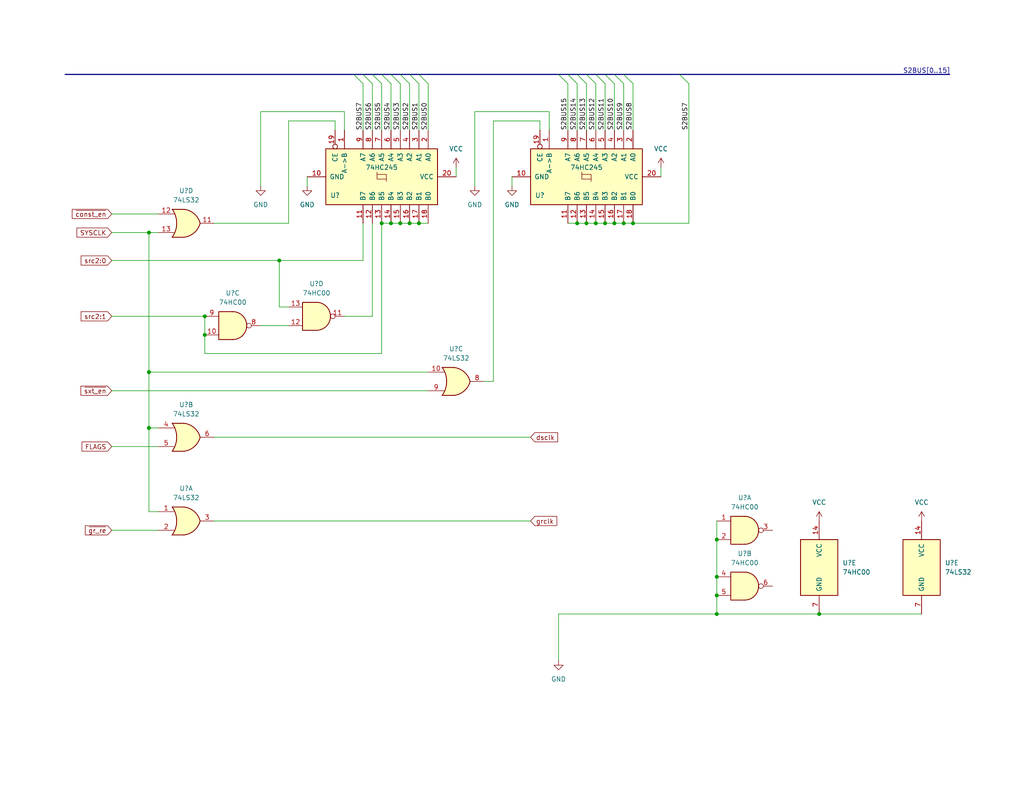
<source format=kicad_sch>
(kicad_sch (version 20211123) (generator eeschema)
  (paper "USLetter")
  (title_block (title "Constant Registers and Clocks") (comment 1 "All ICs are HC family regardless of P/N shown"))
  (lib_symbols
    (symbol "74xx:74HC00" (pin_names (offset 1.016))
      (property "Reference" "U" (at 0 1.27 0))
      (property "Value" "74HC00" (at 0 -1.27 0))
      (symbol "74HC00_1_1"
        (arc (start 0 -3.81) (mid 3.81 0) (end 0 3.81) (stroke (width 0.254)) (fill (type background)))
        (polyline (pts (xy 0 3.81) (xy -3.81 3.81) (xy -3.81 -3.81) (xy 0 -3.81)) (stroke (width 0.254)) (fill (type background)))
        (pin input line (at -7.62 2.54 0) (length 3.81) (name "~") (number "1"))
        (pin input line (at -7.62 -2.54 0) (length 3.81) (name "~") (number "2"))
        (pin output inverted (at 7.62 0 180) (length 3.81) (name "~") (number "3"))
      )
      (symbol "74HC00_1_2"
        (arc (start -3.81 -3.81) (mid -2.589 0) (end -3.81 3.81) (stroke (width 0.254)))
        (arc (start -0.6096 -3.81) (mid 2.1855 -2.584) (end 3.81 0) (stroke (width 0.254)) (fill (type background)))
        (polyline (pts (xy -3.81 -3.81) (xy -0.635 -3.81)) (stroke (width 0.254)) (fill (type background)))
        (polyline (pts (xy -3.81 3.81) (xy -0.635 3.81)) (stroke (width 0.254)) (fill (type background)))
        (polyline (pts (xy -0.635 3.81) (xy -3.81 3.81) (xy -3.81 3.81) (xy -3.556 3.4036) (xy -3.0226 2.2606) (xy -2.6924 1.0414) (xy -2.6162 -0.254) (xy -2.7686 -1.4986) (xy -3.175 -2.7178) (xy -3.81 -3.81) (xy -3.81 -3.81) (xy -0.635 -3.81)) (stroke (width -25.4)) (fill (type background)))
        (arc (start 3.81 0) (mid 2.1928 2.5925) (end -0.6096 3.81) (stroke (width 0.254)) (fill (type background)))
        (pin input inverted (at -7.62 2.54 0) (length 4.318) (name "~") (number "1"))
        (pin input inverted (at -7.62 -2.54 0) (length 4.318) (name "~") (number "2"))
        (pin output line (at 7.62 0 180) (length 3.81) (name "~") (number "3"))
      )
      (symbol "74HC00_2_1"
        (arc (start 0 -3.81) (mid 3.81 0) (end 0 3.81) (stroke (width 0.254)) (fill (type background)))
        (polyline (pts (xy 0 3.81) (xy -3.81 3.81) (xy -3.81 -3.81) (xy 0 -3.81)) (stroke (width 0.254)) (fill (type background)))
        (pin input line (at -7.62 2.54 0) (length 3.81) (name "~") (number "4"))
        (pin input line (at -7.62 -2.54 0) (length 3.81) (name "~") (number "5"))
        (pin output inverted (at 7.62 0 180) (length 3.81) (name "~") (number "6"))
      )
      (symbol "74HC00_2_2"
        (arc (start -3.81 -3.81) (mid -2.589 0) (end -3.81 3.81) (stroke (width 0.254)))
        (arc (start -0.6096 -3.81) (mid 2.1855 -2.584) (end 3.81 0) (stroke (width 0.254)) (fill (type background)))
        (polyline (pts (xy -3.81 -3.81) (xy -0.635 -3.81)) (stroke (width 0.254)) (fill (type background)))
        (polyline (pts (xy -3.81 3.81) (xy -0.635 3.81)) (stroke (width 0.254)) (fill (type background)))
        (polyline (pts (xy -0.635 3.81) (xy -3.81 3.81) (xy -3.81 3.81) (xy -3.556 3.4036) (xy -3.0226 2.2606) (xy -2.6924 1.0414) (xy -2.6162 -0.254) (xy -2.7686 -1.4986) (xy -3.175 -2.7178) (xy -3.81 -3.81) (xy -3.81 -3.81) (xy -0.635 -3.81)) (stroke (width -25.4)) (fill (type background)))
        (arc (start 3.81 0) (mid 2.1928 2.5925) (end -0.6096 3.81) (stroke (width 0.254)) (fill (type background)))
        (pin input inverted (at -7.62 2.54 0) (length 4.318) (name "~") (number "4"))
        (pin input inverted (at -7.62 -2.54 0) (length 4.318) (name "~") (number "5"))
        (pin output line (at 7.62 0 180) (length 3.81) (name "~") (number "6"))
      )
      (symbol "74HC00_3_1"
        (arc (start 0 -3.81) (mid 3.81 0) (end 0 3.81) (stroke (width 0.254)) (fill (type background)))
        (polyline (pts (xy 0 3.81) (xy -3.81 3.81) (xy -3.81 -3.81) (xy 0 -3.81)) (stroke (width 0.254)) (fill (type background)))
        (pin input line (at -7.62 -2.54 0) (length 3.81) (name "~") (number "10"))
        (pin output inverted (at 7.62 0 180) (length 3.81) (name "~") (number "8"))
        (pin input line (at -7.62 2.54 0) (length 3.81) (name "~") (number "9"))
      )
      (symbol "74HC00_3_2"
        (arc (start -3.81 -3.81) (mid -2.589 0) (end -3.81 3.81) (stroke (width 0.254)))
        (arc (start -0.6096 -3.81) (mid 2.1855 -2.584) (end 3.81 0) (stroke (width 0.254)) (fill (type background)))
        (polyline (pts (xy -3.81 -3.81) (xy -0.635 -3.81)) (stroke (width 0.254)) (fill (type background)))
        (polyline (pts (xy -3.81 3.81) (xy -0.635 3.81)) (stroke (width 0.254)) (fill (type background)))
        (polyline (pts (xy -0.635 3.81) (xy -3.81 3.81) (xy -3.81 3.81) (xy -3.556 3.4036) (xy -3.0226 2.2606) (xy -2.6924 1.0414) (xy -2.6162 -0.254) (xy -2.7686 -1.4986) (xy -3.175 -2.7178) (xy -3.81 -3.81) (xy -3.81 -3.81) (xy -0.635 -3.81)) (stroke (width -25.4)) (fill (type background)))
        (arc (start 3.81 0) (mid 2.1928 2.5925) (end -0.6096 3.81) (stroke (width 0.254)) (fill (type background)))
        (pin input inverted (at -7.62 -2.54 0) (length 4.318) (name "~") (number "10"))
        (pin output line (at 7.62 0 180) (length 3.81) (name "~") (number "8"))
        (pin input inverted (at -7.62 2.54 0) (length 4.318) (name "~") (number "9"))
      )
      (symbol "74HC00_4_1"
        (arc (start 0 -3.81) (mid 3.81 0) (end 0 3.81) (stroke (width 0.254)) (fill (type background)))
        (polyline (pts (xy 0 3.81) (xy -3.81 3.81) (xy -3.81 -3.81) (xy 0 -3.81)) (stroke (width 0.254)) (fill (type background)))
        (pin output inverted (at 7.62 0 180) (length 3.81) (name "~") (number "11"))
        (pin input line (at -7.62 2.54 0) (length 3.81) (name "~") (number "12"))
        (pin input line (at -7.62 -2.54 0) (length 3.81) (name "~") (number "13"))
      )
      (symbol "74HC00_4_2"
        (arc (start -3.81 -3.81) (mid -2.589 0) (end -3.81 3.81) (stroke (width 0.254)))
        (arc (start -0.6096 -3.81) (mid 2.1855 -2.584) (end 3.81 0) (stroke (width 0.254)) (fill (type background)))
        (polyline (pts (xy -3.81 -3.81) (xy -0.635 -3.81)) (stroke (width 0.254)) (fill (type background)))
        (polyline (pts (xy -3.81 3.81) (xy -0.635 3.81)) (stroke (width 0.254)) (fill (type background)))
        (polyline (pts (xy -0.635 3.81) (xy -3.81 3.81) (xy -3.81 3.81) (xy -3.556 3.4036) (xy -3.0226 2.2606) (xy -2.6924 1.0414) (xy -2.6162 -0.254) (xy -2.7686 -1.4986) (xy -3.175 -2.7178) (xy -3.81 -3.81) (xy -3.81 -3.81) (xy -0.635 -3.81)) (stroke (width -25.4)) (fill (type background)))
        (arc (start 3.81 0) (mid 2.1928 2.5925) (end -0.6096 3.81) (stroke (width 0.254)) (fill (type background)))
        (pin output line (at 7.62 0 180) (length 3.81) (name "~") (number "11"))
        (pin input inverted (at -7.62 2.54 0) (length 4.318) (name "~") (number "12"))
        (pin input inverted (at -7.62 -2.54 0) (length 4.318) (name "~") (number "13"))
      )
      (symbol "74HC00_5_0"
        (pin power_in line (at 0 12.7 270) (length 5.08) (name "VCC") (number "14"))
        (pin power_in line (at 0 -12.7 90) (length 5.08) (name "GND") (number "7"))
      )
      (symbol "74HC00_5_1"
        (rectangle (start -5.08 7.62) (end 5.08 -7.62) (stroke (width 0.254)) (fill (type background)))
      )
    )
    (symbol "74xx:74HC245" (pin_names (offset 1.016))
      (property "Reference" "U" (at -7.62 16.51 0))
      (property "Value" "74HC245" (at -7.62 -16.51 0))
      (symbol "74HC245_1_0"
        (polyline (pts (xy -0.635 -1.27) (xy -0.635 1.27) (xy 0.635 1.27)))
        (polyline (pts (xy -1.27 -1.27) (xy 0.635 -1.27) (xy 0.635 1.27) (xy 1.27 1.27)))
        (pin input line (at -12.7 -10.16 0) (length 5.08) (name "A->B") (number "1"))
        (pin power_in line (at 0 -20.32 90) (length 5.08) (name "GND") (number "10"))
        (pin tri_state line (at 12.7 -5.08 180) (length 5.08) (name "B7") (number "11"))
        (pin tri_state line (at 12.7 -2.54 180) (length 5.08) (name "B6") (number "12"))
        (pin tri_state line (at 12.7 0 180) (length 5.08) (name "B5") (number "13"))
        (pin tri_state line (at 12.7 2.54 180) (length 5.08) (name "B4") (number "14"))
        (pin tri_state line (at 12.7 5.08 180) (length 5.08) (name "B3") (number "15"))
        (pin tri_state line (at 12.7 7.62 180) (length 5.08) (name "B2") (number "16"))
        (pin tri_state line (at 12.7 10.16 180) (length 5.08) (name "B1") (number "17"))
        (pin tri_state line (at 12.7 12.7 180) (length 5.08) (name "B0") (number "18"))
        (pin input inverted (at -12.7 -12.7 0) (length 5.08) (name "CE") (number "19"))
        (pin tri_state line (at -12.7 12.7 0) (length 5.08) (name "A0") (number "2"))
        (pin power_in line (at 0 20.32 270) (length 5.08) (name "VCC") (number "20"))
        (pin tri_state line (at -12.7 10.16 0) (length 5.08) (name "A1") (number "3"))
        (pin tri_state line (at -12.7 7.62 0) (length 5.08) (name "A2") (number "4"))
        (pin tri_state line (at -12.7 5.08 0) (length 5.08) (name "A3") (number "5"))
        (pin tri_state line (at -12.7 2.54 0) (length 5.08) (name "A4") (number "6"))
        (pin tri_state line (at -12.7 0 0) (length 5.08) (name "A5") (number "7"))
        (pin tri_state line (at -12.7 -2.54 0) (length 5.08) (name "A6") (number "8"))
        (pin tri_state line (at -12.7 -5.08 0) (length 5.08) (name "A7") (number "9"))
      )
      (symbol "74HC245_1_1"
        (rectangle (start -7.62 15.24) (end 7.62 -15.24) (stroke (width 0.254)) (fill (type background)))
      )
    )
    (symbol "74xx:74LS32" (pin_names (offset 1.016))
      (property "Reference" "U" (at 0 1.27 0))
      (property "Value" "74LS32" (at 0 -1.27 0))
      (symbol "74LS32_1_1"
        (arc (start -3.81 -3.81) (mid -2.589 0) (end -3.81 3.81) (stroke (width 0.254)))
        (arc (start -0.6096 -3.81) (mid 2.1855 -2.584) (end 3.81 0) (stroke (width 0.254)) (fill (type background)))
        (polyline (pts (xy -3.81 -3.81) (xy -0.635 -3.81)) (stroke (width 0.254)) (fill (type background)))
        (polyline (pts (xy -3.81 3.81) (xy -0.635 3.81)) (stroke (width 0.254)) (fill (type background)))
        (polyline (pts (xy -0.635 3.81) (xy -3.81 3.81) (xy -3.81 3.81) (xy -3.556 3.4036) (xy -3.0226 2.2606) (xy -2.6924 1.0414) (xy -2.6162 -0.254) (xy -2.7686 -1.4986) (xy -3.175 -2.7178) (xy -3.81 -3.81) (xy -3.81 -3.81) (xy -0.635 -3.81)) (stroke (width -25.4)) (fill (type background)))
        (arc (start 3.81 0) (mid 2.1928 2.5925) (end -0.6096 3.81) (stroke (width 0.254)) (fill (type background)))
        (pin input line (at -7.62 2.54 0) (length 4.318) (name "~") (number "1"))
        (pin input line (at -7.62 -2.54 0) (length 4.318) (name "~") (number "2"))
        (pin output line (at 7.62 0 180) (length 3.81) (name "~") (number "3"))
      )
      (symbol "74LS32_1_2"
        (arc (start 0 -3.81) (mid 3.81 0) (end 0 3.81) (stroke (width 0.254)) (fill (type background)))
        (polyline (pts (xy 0 3.81) (xy -3.81 3.81) (xy -3.81 -3.81) (xy 0 -3.81)) (stroke (width 0.254)) (fill (type background)))
        (pin input inverted (at -7.62 2.54 0) (length 3.81) (name "~") (number "1"))
        (pin input inverted (at -7.62 -2.54 0) (length 3.81) (name "~") (number "2"))
        (pin output inverted (at 7.62 0 180) (length 3.81) (name "~") (number "3"))
      )
      (symbol "74LS32_2_1"
        (arc (start -3.81 -3.81) (mid -2.589 0) (end -3.81 3.81) (stroke (width 0.254)))
        (arc (start -0.6096 -3.81) (mid 2.1855 -2.584) (end 3.81 0) (stroke (width 0.254)) (fill (type background)))
        (polyline (pts (xy -3.81 -3.81) (xy -0.635 -3.81)) (stroke (width 0.254)) (fill (type background)))
        (polyline (pts (xy -3.81 3.81) (xy -0.635 3.81)) (stroke (width 0.254)) (fill (type background)))
        (polyline (pts (xy -0.635 3.81) (xy -3.81 3.81) (xy -3.81 3.81) (xy -3.556 3.4036) (xy -3.0226 2.2606) (xy -2.6924 1.0414) (xy -2.6162 -0.254) (xy -2.7686 -1.4986) (xy -3.175 -2.7178) (xy -3.81 -3.81) (xy -3.81 -3.81) (xy -0.635 -3.81)) (stroke (width -25.4)) (fill (type background)))
        (arc (start 3.81 0) (mid 2.1928 2.5925) (end -0.6096 3.81) (stroke (width 0.254)) (fill (type background)))
        (pin input line (at -7.62 2.54 0) (length 4.318) (name "~") (number "4"))
        (pin input line (at -7.62 -2.54 0) (length 4.318) (name "~") (number "5"))
        (pin output line (at 7.62 0 180) (length 3.81) (name "~") (number "6"))
      )
      (symbol "74LS32_2_2"
        (arc (start 0 -3.81) (mid 3.81 0) (end 0 3.81) (stroke (width 0.254)) (fill (type background)))
        (polyline (pts (xy 0 3.81) (xy -3.81 3.81) (xy -3.81 -3.81) (xy 0 -3.81)) (stroke (width 0.254)) (fill (type background)))
        (pin input inverted (at -7.62 2.54 0) (length 3.81) (name "~") (number "4"))
        (pin input inverted (at -7.62 -2.54 0) (length 3.81) (name "~") (number "5"))
        (pin output inverted (at 7.62 0 180) (length 3.81) (name "~") (number "6"))
      )
      (symbol "74LS32_3_1"
        (arc (start -3.81 -3.81) (mid -2.589 0) (end -3.81 3.81) (stroke (width 0.254)))
        (arc (start -0.6096 -3.81) (mid 2.1855 -2.584) (end 3.81 0) (stroke (width 0.254)) (fill (type background)))
        (polyline (pts (xy -3.81 -3.81) (xy -0.635 -3.81)) (stroke (width 0.254)) (fill (type background)))
        (polyline (pts (xy -3.81 3.81) (xy -0.635 3.81)) (stroke (width 0.254)) (fill (type background)))
        (polyline (pts (xy -0.635 3.81) (xy -3.81 3.81) (xy -3.81 3.81) (xy -3.556 3.4036) (xy -3.0226 2.2606) (xy -2.6924 1.0414) (xy -2.6162 -0.254) (xy -2.7686 -1.4986) (xy -3.175 -2.7178) (xy -3.81 -3.81) (xy -3.81 -3.81) (xy -0.635 -3.81)) (stroke (width -25.4)) (fill (type background)))
        (arc (start 3.81 0) (mid 2.1928 2.5925) (end -0.6096 3.81) (stroke (width 0.254)) (fill (type background)))
        (pin input line (at -7.62 -2.54 0) (length 4.318) (name "~") (number "10"))
        (pin output line (at 7.62 0 180) (length 3.81) (name "~") (number "8"))
        (pin input line (at -7.62 2.54 0) (length 4.318) (name "~") (number "9"))
      )
      (symbol "74LS32_3_2"
        (arc (start 0 -3.81) (mid 3.81 0) (end 0 3.81) (stroke (width 0.254)) (fill (type background)))
        (polyline (pts (xy 0 3.81) (xy -3.81 3.81) (xy -3.81 -3.81) (xy 0 -3.81)) (stroke (width 0.254)) (fill (type background)))
        (pin input inverted (at -7.62 -2.54 0) (length 3.81) (name "~") (number "10"))
        (pin output inverted (at 7.62 0 180) (length 3.81) (name "~") (number "8"))
        (pin input inverted (at -7.62 2.54 0) (length 3.81) (name "~") (number "9"))
      )
      (symbol "74LS32_4_1"
        (arc (start -3.81 -3.81) (mid -2.589 0) (end -3.81 3.81) (stroke (width 0.254)))
        (arc (start -0.6096 -3.81) (mid 2.1855 -2.584) (end 3.81 0) (stroke (width 0.254)) (fill (type background)))
        (polyline (pts (xy -3.81 -3.81) (xy -0.635 -3.81)) (stroke (width 0.254)) (fill (type background)))
        (polyline (pts (xy -3.81 3.81) (xy -0.635 3.81)) (stroke (width 0.254)) (fill (type background)))
        (polyline (pts (xy -0.635 3.81) (xy -3.81 3.81) (xy -3.81 3.81) (xy -3.556 3.4036) (xy -3.0226 2.2606) (xy -2.6924 1.0414) (xy -2.6162 -0.254) (xy -2.7686 -1.4986) (xy -3.175 -2.7178) (xy -3.81 -3.81) (xy -3.81 -3.81) (xy -0.635 -3.81)) (stroke (width -25.4)) (fill (type background)))
        (arc (start 3.81 0) (mid 2.1928 2.5925) (end -0.6096 3.81) (stroke (width 0.254)) (fill (type background)))
        (pin output line (at 7.62 0 180) (length 3.81) (name "~") (number "11"))
        (pin input line (at -7.62 2.54 0) (length 4.318) (name "~") (number "12"))
        (pin input line (at -7.62 -2.54 0) (length 4.318) (name "~") (number "13"))
      )
      (symbol "74LS32_4_2"
        (arc (start 0 -3.81) (mid 3.81 0) (end 0 3.81) (stroke (width 0.254)) (fill (type background)))
        (polyline (pts (xy 0 3.81) (xy -3.81 3.81) (xy -3.81 -3.81) (xy 0 -3.81)) (stroke (width 0.254)) (fill (type background)))
        (pin output inverted (at 7.62 0 180) (length 3.81) (name "~") (number "11"))
        (pin input inverted (at -7.62 2.54 0) (length 3.81) (name "~") (number "12"))
        (pin input inverted (at -7.62 -2.54 0) (length 3.81) (name "~") (number "13"))
      )
      (symbol "74LS32_5_0"
        (pin power_in line (at 0 12.7 270) (length 5.08) (name "VCC") (number "14"))
        (pin power_in line (at 0 -12.7 90) (length 5.08) (name "GND") (number "7"))
      )
      (symbol "74LS32_5_1"
        (rectangle (start -5.08 7.62) (end 5.08 -7.62) (stroke (width 0.254)) (fill (type background)))
      )
    )
    (symbol "power:GND" (power) (pin_names (offset 0))
      (property "Value" "GND" (at 0 -3.81 0))
      (symbol "GND_0_1"
        (polyline (pts (xy 0 0) (xy 0 -1.27) (xy 1.27 -1.27) (xy 0 -2.54) (xy -1.27 -1.27) (xy 0 -1.27)))
      )
      (symbol "GND_1_1"
        (pin power_in line (at 0 0 270) (length 0) hide (name "GND") (number "1"))
      )
    )
    (symbol "power:VCC" (power) (pin_names (offset 0))
      (property "Value" "VCC" (at 0 3.81 0))
      (symbol "VCC_0_1"
        (polyline (pts (xy -0.762 1.27) (xy 0 2.54)))
        (polyline (pts (xy 0 0) (xy 0 2.54)))
        (polyline (pts (xy 0 2.54) (xy 0.762 1.27)))
      )
      (symbol "VCC_1_1"
        (pin power_in line (at 0 0 90) (length 0) hide (name "VCC") (number "1"))
      )
    )
  )
  (junction (at 76.2 71.12))
  (junction (at 55.88 86.36))
  (junction (at 111.76 60.96))
  (junction (at 195.58 157.48))
  (junction (at 55.88 91.44))
  (junction (at 170.18 60.96))
  (junction (at 40.64 116.84))
  (junction (at 167.64 60.96))
  (junction (at 40.64 63.5))
  (junction (at 157.48 60.96))
  (junction (at 195.58 147.32))
  (junction (at 104.14 60.96))
  (junction (at 195.58 167.64))
  (junction (at 40.64 101.6))
  (junction (at 160.02 60.96))
  (junction (at 195.58 162.56))
  (junction (at 106.68 60.96))
  (junction (at 162.56 60.96))
  (junction (at 114.3 60.96))
  (junction (at 223.52 167.64))
  (junction (at 172.72 60.96))
  (junction (at 109.22 60.96))
  (junction (at 165.1 60.96))
  (bus_entry (at 111.76 20.32) (size 2.54 2.54))
  (bus_entry (at 165.1 20.32) (size 2.54 2.54))
  (bus_entry (at 167.64 20.32) (size 2.54 2.54))
  (bus_entry (at 157.48 20.32) (size 2.54 2.54))
  (bus_entry (at 96.52 20.32) (size 2.54 2.54))
  (bus_entry (at 152.4 20.32) (size 2.54 2.54))
  (bus_entry (at 101.6 20.32) (size 2.54 2.54))
  (bus_entry (at 185.42 20.32) (size 2.54 2.54))
  (bus_entry (at 99.06 20.32) (size 2.54 2.54))
  (bus_entry (at 154.94 20.32) (size 2.54 2.54))
  (bus_entry (at 106.68 20.32) (size 2.54 2.54))
  (bus_entry (at 109.22 20.32) (size 2.54 2.54))
  (bus_entry (at 160.02 20.32) (size 2.54 2.54))
  (bus_entry (at 114.3 20.32) (size 2.54 2.54))
  (bus_entry (at 104.14 20.32) (size 2.54 2.54))
  (bus_entry (at 162.56 20.32) (size 2.54 2.54))
  (bus_entry (at 170.18 20.32) (size 2.54 2.54))
  (wire (pts (xy 58.42 119.38) (xy 144.78 119.38)))
  (wire (pts (xy 154.94 22.86) (xy 154.94 35.56)))
  (wire (pts (xy 116.84 101.6) (xy 40.64 101.6)))
  (wire (pts (xy 152.4 167.64) (xy 152.4 180.34)))
  (wire (pts (xy 43.18 116.84) (xy 40.64 116.84)))
  (wire (pts (xy 40.64 116.84) (xy 40.64 101.6)))
  (bus (pts (xy 152.4 20.32) (xy 154.94 20.32)))
  (wire (pts (xy 58.42 60.96) (xy 78.74 60.96)))
  (wire (pts (xy 162.56 22.86) (xy 162.56 35.56)))
  (bus (pts (xy 154.94 20.32) (xy 157.48 20.32)))
  (wire (pts (xy 165.1 22.86) (xy 165.1 35.56)))
  (wire (pts (xy 167.64 22.86) (xy 167.64 35.56)))
  (wire (pts (xy 109.22 60.96) (xy 111.76 60.96)))
  (wire (pts (xy 93.98 30.48) (xy 93.98 35.56)))
  (wire (pts (xy 160.02 60.96) (xy 162.56 60.96)))
  (wire (pts (xy 195.58 142.24) (xy 195.58 147.32)))
  (wire (pts (xy 58.42 142.24) (xy 144.78 142.24)))
  (wire (pts (xy 30.48 71.12) (xy 76.2 71.12)))
  (wire (pts (xy 78.74 60.96) (xy 78.74 33.02)))
  (wire (pts (xy 172.72 22.86) (xy 172.72 35.56)))
  (wire (pts (xy 40.64 63.5) (xy 40.64 101.6)))
  (wire (pts (xy 157.48 60.96) (xy 160.02 60.96)))
  (bus (pts (xy 99.06 20.32) (xy 101.6 20.32)))
  (wire (pts (xy 55.88 91.44) (xy 55.88 96.52)))
  (wire (pts (xy 116.84 60.96) (xy 114.3 60.96)))
  (wire (pts (xy 251.46 167.64) (xy 223.52 167.64)))
  (wire (pts (xy 30.48 86.36) (xy 55.88 86.36)))
  (wire (pts (xy 116.84 22.86) (xy 116.84 35.56)))
  (wire (pts (xy 124.46 48.26) (xy 124.46 45.72)))
  (bus (pts (xy 109.22 20.32) (xy 111.76 20.32)))
  (wire (pts (xy 132.08 104.14) (xy 134.62 104.14)))
  (wire (pts (xy 170.18 22.86) (xy 170.18 35.56)))
  (wire (pts (xy 83.82 50.8) (xy 83.82 48.26)))
  (wire (pts (xy 134.62 33.02) (xy 147.32 33.02)))
  (wire (pts (xy 109.22 22.86) (xy 109.22 35.56)))
  (wire (pts (xy 106.68 60.96) (xy 104.14 60.96)))
  (wire (pts (xy 147.32 33.02) (xy 147.32 35.56)))
  (wire (pts (xy 104.14 60.96) (xy 104.14 96.52)))
  (wire (pts (xy 149.86 35.56) (xy 149.86 30.48)))
  (wire (pts (xy 111.76 22.86) (xy 111.76 35.56)))
  (bus (pts (xy 111.76 20.32) (xy 114.3 20.32)))
  (wire (pts (xy 172.72 60.96) (xy 170.18 60.96)))
  (wire (pts (xy 78.74 83.82) (xy 76.2 83.82)))
  (wire (pts (xy 104.14 96.52) (xy 55.88 96.52)))
  (wire (pts (xy 129.54 30.48) (xy 129.54 50.8)))
  (wire (pts (xy 30.48 106.68) (xy 116.84 106.68)))
  (wire (pts (xy 195.58 162.56) (xy 195.58 167.64)))
  (wire (pts (xy 111.76 60.96) (xy 114.3 60.96)))
  (wire (pts (xy 30.48 144.78) (xy 43.18 144.78)))
  (wire (pts (xy 30.48 121.92) (xy 43.18 121.92)))
  (wire (pts (xy 78.74 33.02) (xy 91.44 33.02)))
  (wire (pts (xy 106.68 60.96) (xy 109.22 60.96)))
  (wire (pts (xy 91.44 33.02) (xy 91.44 35.56)))
  (bus (pts (xy 170.18 20.32) (xy 185.42 20.32)))
  (wire (pts (xy 154.94 60.96) (xy 157.48 60.96)))
  (wire (pts (xy 165.1 60.96) (xy 167.64 60.96)))
  (wire (pts (xy 30.48 58.42) (xy 43.18 58.42)))
  (wire (pts (xy 93.98 30.48) (xy 71.12 30.48)))
  (wire (pts (xy 139.7 50.8) (xy 139.7 48.26)))
  (bus (pts (xy 185.42 20.32) (xy 259.08 20.32)))
  (wire (pts (xy 162.56 60.96) (xy 165.1 60.96)))
  (bus (pts (xy 162.56 20.32) (xy 165.1 20.32)))
  (wire (pts (xy 160.02 22.86) (xy 160.02 35.56)))
  (wire (pts (xy 30.48 63.5) (xy 40.64 63.5)))
  (wire (pts (xy 76.2 71.12) (xy 99.06 71.12)))
  (bus (pts (xy 114.3 20.32) (xy 152.4 20.32)))
  (wire (pts (xy 43.18 139.7) (xy 40.64 139.7)))
  (wire (pts (xy 195.58 157.48) (xy 195.58 162.56)))
  (wire (pts (xy 180.34 48.26) (xy 180.34 45.72)))
  (wire (pts (xy 101.6 86.36) (xy 101.6 60.96)))
  (wire (pts (xy 76.2 83.82) (xy 76.2 71.12)))
  (bus (pts (xy 96.52 20.32) (xy 99.06 20.32)))
  (wire (pts (xy 187.96 22.86) (xy 187.96 60.96)))
  (wire (pts (xy 187.96 60.96) (xy 172.72 60.96)))
  (wire (pts (xy 195.58 167.64) (xy 152.4 167.64)))
  (bus (pts (xy 165.1 20.32) (xy 167.64 20.32)))
  (bus (pts (xy 104.14 20.32) (xy 106.68 20.32)))
  (bus (pts (xy 101.6 20.32) (xy 104.14 20.32)))
  (wire (pts (xy 71.12 88.9) (xy 78.74 88.9)))
  (wire (pts (xy 114.3 22.86) (xy 114.3 35.56)))
  (bus (pts (xy 17.78 20.32) (xy 96.52 20.32)))
  (wire (pts (xy 106.68 22.86) (xy 106.68 35.56)))
  (bus (pts (xy 167.64 20.32) (xy 170.18 20.32)))
  (wire (pts (xy 134.62 33.02) (xy 134.62 104.14)))
  (wire (pts (xy 99.06 71.12) (xy 99.06 60.96)))
  (wire (pts (xy 101.6 22.86) (xy 101.6 35.56)))
  (wire (pts (xy 71.12 30.48) (xy 71.12 50.8)))
  (wire (pts (xy 195.58 167.64) (xy 223.52 167.64)))
  (wire (pts (xy 93.98 86.36) (xy 101.6 86.36)))
  (bus (pts (xy 160.02 20.32) (xy 162.56 20.32)))
  (wire (pts (xy 104.14 22.86) (xy 104.14 35.56)))
  (wire (pts (xy 40.64 63.5) (xy 43.18 63.5)))
  (wire (pts (xy 149.86 30.48) (xy 129.54 30.48)))
  (wire (pts (xy 195.58 147.32) (xy 195.58 157.48)))
  (wire (pts (xy 99.06 22.86) (xy 99.06 35.56)))
  (wire (pts (xy 157.48 22.86) (xy 157.48 35.56)))
  (bus (pts (xy 106.68 20.32) (xy 109.22 20.32)))
  (bus (pts (xy 157.48 20.32) (xy 160.02 20.32)))
  (wire (pts (xy 55.88 86.36) (xy 55.88 91.44)))
  (wire (pts (xy 167.64 60.96) (xy 170.18 60.96)))
  (wire (pts (xy 40.64 139.7) (xy 40.64 116.84)))
  (label "S2BUS4" (at 106.68 35.56 90))
  (label "S2BUS15" (at 154.94 35.56 90))
  (label "S2BUS7" (at 187.96 35.56 90))
  (label "S2BUS6" (at 101.6 35.56 90))
  (label "S2BUS11" (at 165.1 35.56 90))
  (label "S2BUS10" (at 167.64 35.56 90))
  (label "S2BUS8" (at 172.72 35.56 90))
  (label "S2BUS0" (at 116.84 35.56 90))
  (label "S2BUS2" (at 111.76 35.56 90))
  (label "S2BUS3" (at 109.22 35.56 90))
  (label "S2BUS14" (at 157.48 35.56 90))
  (label "S2BUS12" (at 162.56 35.56 90))
  (label "S2BUS1" (at 114.3 35.56 90))
  (label "S2BUS9" (at 170.18 35.56 90))
  (label "S2BUS[0..15]" (at 246.38 20.32 0))
  (label "S2BUS7" (at 99.06 35.56 90))
  (label "S2BUS5" (at 104.14 35.56 90))
  (label "S2BUS13" (at 160.02 35.56 90))
  (global_label "~{sxt_en}" (shape input) (at 30.48 106.68 180) (property "Intersheet References" "${INTERSHEET_REFS}" (effects hide)))
  (global_label "src2:0" (shape input) (at 30.48 71.12 180) (property "Intersheet References" "${INTERSHEET_REFS}" (effects hide)))
  (global_label "~{gr_re}" (shape input) (at 30.48 144.78 180) (property "Intersheet References" "${INTERSHEET_REFS}" (effects hide)))
  (global_label "SYSCLK" (shape input) (at 30.48 63.5 180) (property "Intersheet References" "${INTERSHEET_REFS}" (effects hide)))
  (global_label "src2:1" (shape input) (at 30.48 86.36 180) (property "Intersheet References" "${INTERSHEET_REFS}" (effects hide)))
  (global_label "FLAGS" (shape input) (at 30.48 121.92 180) (property "Intersheet References" "${INTERSHEET_REFS}" (effects hide)))
  (global_label "dsclk" (shape input) (at 144.78 119.38 0) (property "Intersheet References" "${INTERSHEET_REFS}" (effects hide)))
  (global_label "grclk" (shape input) (at 144.78 142.24 0) (property "Intersheet References" "${INTERSHEET_REFS}" (effects hide)))
  (global_label "~{const_en}" (shape input) (at 30.48 58.42 180) (property "Intersheet References" "${INTERSHEET_REFS}" (effects hide)))
  (symbol (lib_id "74xx:74LS32") (at 50.8 119.38 0) (unit 2)
    (property "Reference" "U?" (at 50.8 110.49 0))
    (property "Value" "74LS32" (at 50.8 113.03 0))
    (property "Datasheet" "http://www.ti.com/lit/gpn/sn74LS32" (effects hide))
  )
  (symbol (lib_id "74xx:74HC00") (at 63.5 88.9 0) (unit 3)
    (property "Reference" "U?" (at 63.5 80.01 0))
    (property "Value" "74HC00" (at 63.5 82.55 0))
    (property "Datasheet" "http://www.ti.com/lit/gpn/sn74hc00" (effects hide))
  )
  (symbol (lib_id "74xx:74HC245") (at 104.14 48.26 270) (unit 1)
    (property "Reference" "U?" (at 91.44 53.34 90))
    (property "Value" "74HC245" (at 104.14 45.72 90))
    (property "Datasheet" "http://www.ti.com/lit/gpn/sn74HC245" (effects hide))
  )
  (symbol (lib_id "power:GND") (at 152.4 180.34 0) (unit 1)
    (property "Reference" "#PWR?" (effects hide))
    (property "Value" "GND" (at 152.4 185.42 0))
  )
  (symbol (lib_id "74xx:74HC00") (at 223.52 154.94 0) (unit 5)
    (property "Reference" "U?" (at 229.87 153.6699 0) (effects (justify left)))
    (property "Value" "74HC00" (at 229.87 156.2099 0) (effects (justify left)))
    (property "Datasheet" "http://www.ti.com/lit/gpn/sn74hc00" (effects hide))
  )
  (symbol (lib_id "power:GND") (at 129.54 50.8 0) (unit 1)
    (property "Reference" "#PWR?" (effects hide))
    (property "Value" "GND" (at 129.54 55.88 0))
  )
  (symbol (lib_id "power:GND") (at 71.12 50.8 0) (unit 1)
    (property "Reference" "#PWR?" (effects hide))
    (property "Value" "GND" (at 71.12 55.88 0))
  )
  (symbol (lib_id "74xx:74LS32") (at 50.8 60.96 0) (unit 4)
    (property "Reference" "U?" (at 50.8 52.07 0))
    (property "Value" "74LS32" (at 50.8 54.61 0))
    (property "Datasheet" "http://www.ti.com/lit/gpn/sn74LS32" (effects hide))
  )
  (symbol (lib_id "power:VCC") (at 180.34 45.72 0) (unit 1)
    (property "Reference" "#PWR?" (effects hide))
    (property "Value" "VCC" (at 180.34 40.64 0))
  )
  (symbol (lib_id "power:GND") (at 139.7 50.8 0) (unit 1)
    (property "Reference" "#PWR?" (effects hide))
    (property "Value" "GND" (at 139.7 55.88 0))
  )
  (symbol (lib_id "power:VCC") (at 124.46 45.72 0) (unit 1)
    (property "Reference" "#PWR?" (effects hide))
    (property "Value" "VCC" (at 124.46 40.64 0))
  )
  (symbol (lib_id "74xx:74LS32") (at 50.8 142.24 0) (unit 1)
    (property "Reference" "U?" (at 50.8 133.35 0))
    (property "Value" "74LS32" (at 50.8 135.89 0))
    (property "Datasheet" "http://www.ti.com/lit/gpn/sn74LS32" (effects hide))
  )
  (symbol (lib_id "74xx:74HC00") (at 86.36 86.36 0) (mirror x) (unit 4)
    (property "Reference" "U?" (at 86.36 77.47 0))
    (property "Value" "74HC00" (at 86.36 80.01 0))
    (property "Datasheet" "http://www.ti.com/lit/gpn/sn74hc00" (effects hide))
  )
  (symbol (lib_id "74xx:74LS32") (at 124.46 104.14 0) (mirror x) (unit 3)
    (property "Reference" "U?" (at 124.46 95.25 0))
    (property "Value" "74LS32" (at 124.46 97.79 0))
    (property "Datasheet" "http://www.ti.com/lit/gpn/sn74LS32" (effects hide))
  )
  (symbol (lib_id "74xx:74HC00") (at 203.2 144.78 0) (unit 1)
    (property "Reference" "U?" (at 203.2 135.89 0))
    (property "Value" "74HC00" (at 203.2 138.43 0))
    (property "Datasheet" "http://www.ti.com/lit/gpn/sn74hc00" (effects hide))
  )
  (symbol (lib_id "74xx:74LS32") (at 251.46 154.94 0) (unit 5)
    (property "Reference" "U?" (at 257.81 153.6699 0) (effects (justify left)))
    (property "Value" "74LS32" (at 257.81 156.2099 0) (effects (justify left)))
    (property "Datasheet" "http://www.ti.com/lit/gpn/sn74LS32" (effects hide))
  )
  (symbol (lib_id "power:VCC") (at 223.52 142.24 0) (unit 1)
    (property "Reference" "#PWR?" (effects hide))
    (property "Value" "VCC" (at 223.52 137.16 0))
  )
  (symbol (lib_id "power:VCC") (at 251.46 142.24 0) (unit 1)
    (property "Reference" "#PWR?" (effects hide))
    (property "Value" "VCC" (at 251.46 137.16 0))
  )
  (symbol (lib_id "power:GND") (at 83.82 50.8 0) (unit 1)
    (property "Reference" "#PWR?" (effects hide))
    (property "Value" "GND" (at 83.82 55.88 0))
  )
  (symbol (lib_id "74xx:74HC00") (at 203.2 160.02 0) (unit 2)
    (property "Reference" "U?" (at 203.2 151.13 0))
    (property "Value" "74HC00" (at 203.2 153.67 0))
    (property "Datasheet" "http://www.ti.com/lit/gpn/sn74hc00" (effects hide))
  )
  (symbol (lib_id "74xx:74HC245") (at 160.02 48.26 270) (unit 1)
    (property "Reference" "U?" (at 147.32 53.34 90))
    (property "Value" "74HC245" (at 160.02 45.72 90))
    (property "Datasheet" "http://www.ti.com/lit/gpn/sn74HC245" (effects hide))
  )
)
</source>
